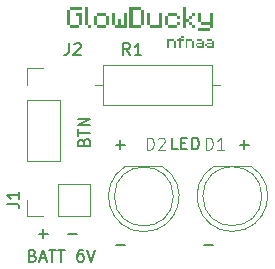
<source format=gbr>
%TF.GenerationSoftware,KiCad,Pcbnew,9.0.6-9.0.6~ubuntu24.04.1*%
%TF.CreationDate,2025-12-18T10:31:20+07:00*%
%TF.ProjectId,lamp,6c616d70-2e6b-4696-9361-645f70636258,rev?*%
%TF.SameCoordinates,Original*%
%TF.FileFunction,Legend,Top*%
%TF.FilePolarity,Positive*%
%FSLAX46Y46*%
G04 Gerber Fmt 4.6, Leading zero omitted, Abs format (unit mm)*
G04 Created by KiCad (PCBNEW 9.0.6-9.0.6~ubuntu24.04.1) date 2025-12-18 10:31:20*
%MOMM*%
%LPD*%
G01*
G04 APERTURE LIST*
%ADD10C,0.150000*%
%ADD11C,0.250000*%
%ADD12C,0.100000*%
%ADD13C,0.120000*%
G04 APERTURE END LIST*
D10*
X124619048Y-106573866D02*
X125380953Y-106573866D01*
X125000000Y-106954819D02*
X125000000Y-106192914D01*
D11*
G36*
X120751912Y-95181648D02*
G01*
X121766924Y-95181648D01*
X121766924Y-94922702D01*
X120751912Y-94922702D01*
X120751912Y-95181648D01*
G37*
G36*
X120758946Y-96442087D02*
G01*
X120758946Y-95174614D01*
X120500000Y-95174614D01*
X120500000Y-96442087D01*
X120758946Y-96442087D01*
G37*
G36*
X121766924Y-96442087D02*
G01*
X121766924Y-95427845D01*
X121255956Y-95427845D01*
X121255956Y-95686901D01*
X121507978Y-95686901D01*
X121507978Y-96442087D01*
X121766924Y-96442087D01*
G37*
G36*
X120751912Y-96694000D02*
G01*
X121515012Y-96694000D01*
X121515012Y-96435053D01*
X120751912Y-96435053D01*
X120751912Y-96694000D01*
G37*
G36*
X122269539Y-96442087D02*
G01*
X122269539Y-94923031D01*
X122010593Y-94923031D01*
X122010593Y-96442087D01*
X122269539Y-96442087D01*
G37*
G36*
X122262505Y-96435053D02*
G01*
X122262505Y-96694000D01*
X122521561Y-96694000D01*
X122521561Y-96435053D01*
X122262505Y-96435053D01*
G37*
G36*
X123016922Y-95686901D02*
G01*
X123780022Y-95686901D01*
X123780022Y-95427845D01*
X123016922Y-95427845D01*
X123016922Y-95686901D01*
G37*
G36*
X123023956Y-96440769D02*
G01*
X123023956Y-95677778D01*
X122765010Y-95677778D01*
X122765010Y-96440769D01*
X123023956Y-96440769D01*
G37*
G36*
X123772988Y-95677778D02*
G01*
X123772988Y-96440769D01*
X124031934Y-96440769D01*
X124031934Y-95677778D01*
X123772988Y-95677778D01*
G37*
G36*
X123780022Y-96435053D02*
G01*
X123016922Y-96435053D01*
X123016922Y-96694000D01*
X123780022Y-96694000D01*
X123780022Y-96435053D01*
G37*
G36*
X124534549Y-96442087D02*
G01*
X124534549Y-95427075D01*
X124275603Y-95427075D01*
X124275603Y-96442087D01*
X124534549Y-96442087D01*
G37*
G36*
X125283581Y-95427075D02*
G01*
X125283581Y-96435053D01*
X125038593Y-96435053D01*
X125038593Y-95931009D01*
X124779537Y-95931009D01*
X124779537Y-96435053D01*
X124527515Y-96435053D01*
X124527515Y-96694000D01*
X125542527Y-96694000D01*
X125542527Y-95427075D01*
X125283581Y-95427075D01*
G37*
G36*
X126801209Y-96435053D02*
G01*
X126045143Y-96435053D01*
X126045143Y-95181648D01*
X126801209Y-95181648D01*
X126801209Y-94922702D01*
X125786196Y-94922702D01*
X125786196Y-96694000D01*
X126801209Y-96694000D01*
X126801209Y-96435053D01*
G37*
G36*
X126794174Y-95174614D02*
G01*
X126794174Y-96442087D01*
X127053121Y-96442087D01*
X127053121Y-95174614D01*
X126794174Y-95174614D01*
G37*
G36*
X127555736Y-96442087D02*
G01*
X127555736Y-95427075D01*
X127296789Y-95427075D01*
X127296789Y-96442087D01*
X127555736Y-96442087D01*
G37*
G36*
X128304767Y-95427075D02*
G01*
X128304767Y-96435053D01*
X127548702Y-96435053D01*
X127548702Y-96694000D01*
X128563714Y-96694000D01*
X128563714Y-95427075D01*
X128304767Y-95427075D01*
G37*
G36*
X129822395Y-95427845D02*
G01*
X129059295Y-95427845D01*
X129059295Y-95686901D01*
X129822395Y-95686901D01*
X129822395Y-95427845D01*
G37*
G36*
X128807383Y-95677778D02*
G01*
X128807383Y-96440769D01*
X129066329Y-96440769D01*
X129066329Y-95677778D01*
X128807383Y-95677778D01*
G37*
G36*
X130074307Y-95940132D02*
G01*
X130074307Y-95681076D01*
X129815361Y-95681076D01*
X129815361Y-95940132D01*
X130074307Y-95940132D01*
G37*
G36*
X130074307Y-96181822D02*
G01*
X129815361Y-96181822D01*
X129815361Y-96440769D01*
X130074307Y-96440769D01*
X130074307Y-96181822D01*
G37*
G36*
X129059295Y-96694000D02*
G01*
X129822395Y-96694000D01*
X129822395Y-96435053D01*
X129059295Y-96435053D01*
X129059295Y-96694000D01*
G37*
G36*
X130576922Y-95928591D02*
G01*
X130576922Y-94923911D01*
X130317976Y-94923911D01*
X130317976Y-96694000D01*
X130576922Y-96694000D01*
X130576922Y-96187538D01*
X130828944Y-96187538D01*
X130828944Y-95928591D01*
X130576922Y-95928591D01*
G37*
G36*
X131332988Y-95427845D02*
G01*
X131073932Y-95427845D01*
X131073932Y-95686901D01*
X131332988Y-95686901D01*
X131332988Y-95427845D01*
G37*
G36*
X131080966Y-95681076D02*
G01*
X130821910Y-95681076D01*
X130821910Y-95940132D01*
X131080966Y-95940132D01*
X131080966Y-95681076D01*
G37*
G36*
X131080966Y-96440769D02*
G01*
X131080966Y-96181822D01*
X130821910Y-96181822D01*
X130821910Y-96440769D01*
X131080966Y-96440769D01*
G37*
G36*
X131332988Y-96694000D02*
G01*
X131332988Y-96435053D01*
X131073932Y-96435053D01*
X131073932Y-96694000D01*
X131332988Y-96694000D01*
G37*
G36*
X131836043Y-96190945D02*
G01*
X131836043Y-95427845D01*
X131577096Y-95427845D01*
X131577096Y-96190945D01*
X131836043Y-96190945D01*
G37*
G36*
X132585075Y-95427845D02*
G01*
X132585075Y-96181822D01*
X131829009Y-96181822D01*
X131829009Y-96440769D01*
X132585075Y-96440769D01*
X132585075Y-96694000D01*
X132844021Y-96694000D01*
X132844021Y-95425756D01*
X132585075Y-95427845D01*
G37*
G36*
X132592109Y-96686965D02*
G01*
X131577096Y-96686965D01*
X131577096Y-96946021D01*
X132592109Y-96946021D01*
X132592109Y-96686965D01*
G37*
D10*
X121931009Y-106333333D02*
X121978628Y-106190476D01*
X121978628Y-106190476D02*
X122026247Y-106142857D01*
X122026247Y-106142857D02*
X122121485Y-106095238D01*
X122121485Y-106095238D02*
X122264342Y-106095238D01*
X122264342Y-106095238D02*
X122359580Y-106142857D01*
X122359580Y-106142857D02*
X122407200Y-106190476D01*
X122407200Y-106190476D02*
X122454819Y-106285714D01*
X122454819Y-106285714D02*
X122454819Y-106666666D01*
X122454819Y-106666666D02*
X121454819Y-106666666D01*
X121454819Y-106666666D02*
X121454819Y-106333333D01*
X121454819Y-106333333D02*
X121502438Y-106238095D01*
X121502438Y-106238095D02*
X121550057Y-106190476D01*
X121550057Y-106190476D02*
X121645295Y-106142857D01*
X121645295Y-106142857D02*
X121740533Y-106142857D01*
X121740533Y-106142857D02*
X121835771Y-106190476D01*
X121835771Y-106190476D02*
X121883390Y-106238095D01*
X121883390Y-106238095D02*
X121931009Y-106333333D01*
X121931009Y-106333333D02*
X121931009Y-106666666D01*
X121454819Y-105809523D02*
X121454819Y-105238095D01*
X122454819Y-105523809D02*
X121454819Y-105523809D01*
X122454819Y-104904761D02*
X121454819Y-104904761D01*
X121454819Y-104904761D02*
X122454819Y-104333333D01*
X122454819Y-104333333D02*
X121454819Y-104333333D01*
X117595237Y-115931009D02*
X117738094Y-115978628D01*
X117738094Y-115978628D02*
X117785713Y-116026247D01*
X117785713Y-116026247D02*
X117833332Y-116121485D01*
X117833332Y-116121485D02*
X117833332Y-116264342D01*
X117833332Y-116264342D02*
X117785713Y-116359580D01*
X117785713Y-116359580D02*
X117738094Y-116407200D01*
X117738094Y-116407200D02*
X117642856Y-116454819D01*
X117642856Y-116454819D02*
X117261904Y-116454819D01*
X117261904Y-116454819D02*
X117261904Y-115454819D01*
X117261904Y-115454819D02*
X117595237Y-115454819D01*
X117595237Y-115454819D02*
X117690475Y-115502438D01*
X117690475Y-115502438D02*
X117738094Y-115550057D01*
X117738094Y-115550057D02*
X117785713Y-115645295D01*
X117785713Y-115645295D02*
X117785713Y-115740533D01*
X117785713Y-115740533D02*
X117738094Y-115835771D01*
X117738094Y-115835771D02*
X117690475Y-115883390D01*
X117690475Y-115883390D02*
X117595237Y-115931009D01*
X117595237Y-115931009D02*
X117261904Y-115931009D01*
X118214285Y-116169104D02*
X118690475Y-116169104D01*
X118119047Y-116454819D02*
X118452380Y-115454819D01*
X118452380Y-115454819D02*
X118785713Y-116454819D01*
X118976190Y-115454819D02*
X119547618Y-115454819D01*
X119261904Y-116454819D02*
X119261904Y-115454819D01*
X119738095Y-115454819D02*
X120309523Y-115454819D01*
X120023809Y-116454819D02*
X120023809Y-115454819D01*
X121833333Y-115454819D02*
X121642857Y-115454819D01*
X121642857Y-115454819D02*
X121547619Y-115502438D01*
X121547619Y-115502438D02*
X121500000Y-115550057D01*
X121500000Y-115550057D02*
X121404762Y-115692914D01*
X121404762Y-115692914D02*
X121357143Y-115883390D01*
X121357143Y-115883390D02*
X121357143Y-116264342D01*
X121357143Y-116264342D02*
X121404762Y-116359580D01*
X121404762Y-116359580D02*
X121452381Y-116407200D01*
X121452381Y-116407200D02*
X121547619Y-116454819D01*
X121547619Y-116454819D02*
X121738095Y-116454819D01*
X121738095Y-116454819D02*
X121833333Y-116407200D01*
X121833333Y-116407200D02*
X121880952Y-116359580D01*
X121880952Y-116359580D02*
X121928571Y-116264342D01*
X121928571Y-116264342D02*
X121928571Y-116026247D01*
X121928571Y-116026247D02*
X121880952Y-115931009D01*
X121880952Y-115931009D02*
X121833333Y-115883390D01*
X121833333Y-115883390D02*
X121738095Y-115835771D01*
X121738095Y-115835771D02*
X121547619Y-115835771D01*
X121547619Y-115835771D02*
X121452381Y-115883390D01*
X121452381Y-115883390D02*
X121404762Y-115931009D01*
X121404762Y-115931009D02*
X121357143Y-116026247D01*
X122214286Y-115454819D02*
X122547619Y-116454819D01*
X122547619Y-116454819D02*
X122880952Y-115454819D01*
D11*
G36*
X129563895Y-97626580D02*
G01*
X129000000Y-97626580D01*
X129000000Y-98330488D01*
X129143859Y-98330488D01*
X129143859Y-97770500D01*
X129563895Y-97770500D01*
X129563895Y-97626580D01*
G37*
G36*
X129559987Y-97766592D02*
G01*
X129559987Y-98330488D01*
X129703846Y-98330488D01*
X129703846Y-97766592D01*
X129559987Y-97766592D01*
G37*
G36*
X130403114Y-97489804D02*
G01*
X130403114Y-97345945D01*
X130119181Y-97345945D01*
X130119181Y-97489804D01*
X130403114Y-97489804D01*
G37*
G36*
X129979169Y-97485896D02*
G01*
X129979169Y-97626580D01*
X129839218Y-97626580D01*
X129839218Y-97770500D01*
X129979169Y-97770500D01*
X129979169Y-98330488D01*
X130123089Y-98330488D01*
X130123089Y-97770500D01*
X130403114Y-97770500D01*
X130403114Y-97626580D01*
X130123089Y-97626580D01*
X130123089Y-97485896D01*
X129979169Y-97485896D01*
G37*
G36*
X131102625Y-97626580D02*
G01*
X130538729Y-97626580D01*
X130538729Y-98330488D01*
X130682588Y-98330488D01*
X130682588Y-97770500D01*
X131102625Y-97770500D01*
X131102625Y-97626580D01*
G37*
G36*
X131098717Y-97766592D02*
G01*
X131098717Y-98330488D01*
X131242576Y-98330488D01*
X131242576Y-97766592D01*
X131098717Y-97766592D01*
G37*
G36*
X131941844Y-97626580D02*
G01*
X131517899Y-97626580D01*
X131517899Y-97770500D01*
X131941844Y-97770500D01*
X131941844Y-97626580D01*
G37*
G36*
X131937936Y-97766592D02*
G01*
X131937936Y-97904773D01*
X131517899Y-97904773D01*
X131517899Y-98048632D01*
X131937936Y-98048632D01*
X131937936Y-98186140D01*
X131517899Y-98186140D01*
X131517899Y-98330000D01*
X132081795Y-98330000D01*
X132081795Y-97766592D01*
X131937936Y-97766592D01*
G37*
G36*
X131377948Y-98045457D02*
G01*
X131377948Y-98189316D01*
X131521807Y-98189316D01*
X131521807Y-98045457D01*
X131377948Y-98045457D01*
G37*
G36*
X132781062Y-97626580D02*
G01*
X132357117Y-97626580D01*
X132357117Y-97770500D01*
X132781062Y-97770500D01*
X132781062Y-97626580D01*
G37*
G36*
X132777154Y-97766592D02*
G01*
X132777154Y-97904773D01*
X132357117Y-97904773D01*
X132357117Y-98048632D01*
X132777154Y-98048632D01*
X132777154Y-98186140D01*
X132357117Y-98186140D01*
X132357117Y-98330000D01*
X132921013Y-98330000D01*
X132921013Y-97766592D01*
X132777154Y-97766592D01*
G37*
G36*
X132217166Y-98045457D02*
G01*
X132217166Y-98189316D01*
X132361025Y-98189316D01*
X132361025Y-98045457D01*
X132217166Y-98045457D01*
G37*
D10*
X118119048Y-114073866D02*
X118880953Y-114073866D01*
X118500000Y-114454819D02*
X118500000Y-113692914D01*
X135119048Y-106573866D02*
X135880953Y-106573866D01*
X135500000Y-106954819D02*
X135500000Y-106192914D01*
X124619048Y-115073866D02*
X125380953Y-115073866D01*
X120619048Y-114073866D02*
X121380953Y-114073866D01*
X132119048Y-115073866D02*
X132880953Y-115073866D01*
X125833333Y-98954819D02*
X125500000Y-98478628D01*
X125261905Y-98954819D02*
X125261905Y-97954819D01*
X125261905Y-97954819D02*
X125642857Y-97954819D01*
X125642857Y-97954819D02*
X125738095Y-98002438D01*
X125738095Y-98002438D02*
X125785714Y-98050057D01*
X125785714Y-98050057D02*
X125833333Y-98145295D01*
X125833333Y-98145295D02*
X125833333Y-98288152D01*
X125833333Y-98288152D02*
X125785714Y-98383390D01*
X125785714Y-98383390D02*
X125738095Y-98431009D01*
X125738095Y-98431009D02*
X125642857Y-98478628D01*
X125642857Y-98478628D02*
X125261905Y-98478628D01*
X126785714Y-98954819D02*
X126214286Y-98954819D01*
X126500000Y-98954819D02*
X126500000Y-97954819D01*
X126500000Y-97954819D02*
X126404762Y-98097676D01*
X126404762Y-98097676D02*
X126309524Y-98192914D01*
X126309524Y-98192914D02*
X126214286Y-98240533D01*
D12*
X127261905Y-106957419D02*
X127261905Y-105957419D01*
X127261905Y-105957419D02*
X127500000Y-105957419D01*
X127500000Y-105957419D02*
X127642857Y-106005038D01*
X127642857Y-106005038D02*
X127738095Y-106100276D01*
X127738095Y-106100276D02*
X127785714Y-106195514D01*
X127785714Y-106195514D02*
X127833333Y-106385990D01*
X127833333Y-106385990D02*
X127833333Y-106528847D01*
X127833333Y-106528847D02*
X127785714Y-106719323D01*
X127785714Y-106719323D02*
X127738095Y-106814561D01*
X127738095Y-106814561D02*
X127642857Y-106909800D01*
X127642857Y-106909800D02*
X127500000Y-106957419D01*
X127500000Y-106957419D02*
X127261905Y-106957419D01*
X128214286Y-106052657D02*
X128261905Y-106005038D01*
X128261905Y-106005038D02*
X128357143Y-105957419D01*
X128357143Y-105957419D02*
X128595238Y-105957419D01*
X128595238Y-105957419D02*
X128690476Y-106005038D01*
X128690476Y-106005038D02*
X128738095Y-106052657D01*
X128738095Y-106052657D02*
X128785714Y-106147895D01*
X128785714Y-106147895D02*
X128785714Y-106243133D01*
X128785714Y-106243133D02*
X128738095Y-106385990D01*
X128738095Y-106385990D02*
X128166667Y-106957419D01*
X128166667Y-106957419D02*
X128785714Y-106957419D01*
D10*
X129857142Y-106954819D02*
X129380952Y-106954819D01*
X129380952Y-106954819D02*
X129380952Y-105954819D01*
X130190476Y-106431009D02*
X130523809Y-106431009D01*
X130666666Y-106954819D02*
X130190476Y-106954819D01*
X130190476Y-106954819D02*
X130190476Y-105954819D01*
X130190476Y-105954819D02*
X130666666Y-105954819D01*
X131095238Y-106954819D02*
X131095238Y-105954819D01*
X131095238Y-105954819D02*
X131333333Y-105954819D01*
X131333333Y-105954819D02*
X131476190Y-106002438D01*
X131476190Y-106002438D02*
X131571428Y-106097676D01*
X131571428Y-106097676D02*
X131619047Y-106192914D01*
X131619047Y-106192914D02*
X131666666Y-106383390D01*
X131666666Y-106383390D02*
X131666666Y-106526247D01*
X131666666Y-106526247D02*
X131619047Y-106716723D01*
X131619047Y-106716723D02*
X131571428Y-106811961D01*
X131571428Y-106811961D02*
X131476190Y-106907200D01*
X131476190Y-106907200D02*
X131333333Y-106954819D01*
X131333333Y-106954819D02*
X131095238Y-106954819D01*
X115454819Y-111558333D02*
X116169104Y-111558333D01*
X116169104Y-111558333D02*
X116311961Y-111605952D01*
X116311961Y-111605952D02*
X116407200Y-111701190D01*
X116407200Y-111701190D02*
X116454819Y-111844047D01*
X116454819Y-111844047D02*
X116454819Y-111939285D01*
X116454819Y-110558333D02*
X116454819Y-111129761D01*
X116454819Y-110844047D02*
X115454819Y-110844047D01*
X115454819Y-110844047D02*
X115597676Y-110939285D01*
X115597676Y-110939285D02*
X115692914Y-111034523D01*
X115692914Y-111034523D02*
X115740533Y-111129761D01*
D12*
X132261905Y-106957419D02*
X132261905Y-105957419D01*
X132261905Y-105957419D02*
X132500000Y-105957419D01*
X132500000Y-105957419D02*
X132642857Y-106005038D01*
X132642857Y-106005038D02*
X132738095Y-106100276D01*
X132738095Y-106100276D02*
X132785714Y-106195514D01*
X132785714Y-106195514D02*
X132833333Y-106385990D01*
X132833333Y-106385990D02*
X132833333Y-106528847D01*
X132833333Y-106528847D02*
X132785714Y-106719323D01*
X132785714Y-106719323D02*
X132738095Y-106814561D01*
X132738095Y-106814561D02*
X132642857Y-106909800D01*
X132642857Y-106909800D02*
X132500000Y-106957419D01*
X132500000Y-106957419D02*
X132261905Y-106957419D01*
X133785714Y-106957419D02*
X133214286Y-106957419D01*
X133500000Y-106957419D02*
X133500000Y-105957419D01*
X133500000Y-105957419D02*
X133404762Y-106100276D01*
X133404762Y-106100276D02*
X133309524Y-106195514D01*
X133309524Y-106195514D02*
X133214286Y-106243133D01*
D10*
X120666666Y-97954819D02*
X120666666Y-98669104D01*
X120666666Y-98669104D02*
X120619047Y-98811961D01*
X120619047Y-98811961D02*
X120523809Y-98907200D01*
X120523809Y-98907200D02*
X120380952Y-98954819D01*
X120380952Y-98954819D02*
X120285714Y-98954819D01*
X121095238Y-98050057D02*
X121142857Y-98002438D01*
X121142857Y-98002438D02*
X121238095Y-97954819D01*
X121238095Y-97954819D02*
X121476190Y-97954819D01*
X121476190Y-97954819D02*
X121571428Y-98002438D01*
X121571428Y-98002438D02*
X121619047Y-98050057D01*
X121619047Y-98050057D02*
X121666666Y-98145295D01*
X121666666Y-98145295D02*
X121666666Y-98240533D01*
X121666666Y-98240533D02*
X121619047Y-98383390D01*
X121619047Y-98383390D02*
X121047619Y-98954819D01*
X121047619Y-98954819D02*
X121666666Y-98954819D01*
D13*
%TO.C,R1*%
X122840000Y-101500000D02*
X123530000Y-101500000D01*
X133460000Y-101500000D02*
X132770000Y-101500000D01*
X123530000Y-99780000D02*
X132770000Y-99780000D01*
X132770000Y-103220000D01*
X123530000Y-103220000D01*
X123530000Y-99780000D01*
%TO.C,D2*%
X128545000Y-108372500D02*
X125455000Y-108372500D01*
X127000000Y-113922500D02*
G75*
G02*
X125455170Y-108372500I0J2990000D01*
G01*
X128544830Y-108372500D02*
G75*
G02*
X127000000Y-113922500I-1544830J-2560000D01*
G01*
X129500000Y-110932500D02*
G75*
G02*
X124500000Y-110932500I-2500000J0D01*
G01*
X124500000Y-110932500D02*
G75*
G02*
X129500000Y-110932500I2500000J0D01*
G01*
%TO.C,J1*%
X117120000Y-112605000D02*
X117120000Y-111225000D01*
X118500000Y-112605000D02*
X117120000Y-112605000D01*
X119770000Y-109845000D02*
X122420000Y-109845000D01*
X119770000Y-112605000D02*
X119770000Y-109845000D01*
X119770000Y-112605000D02*
X122420000Y-112605000D01*
X122420000Y-112605000D02*
X122420000Y-109845000D01*
%TO.C,D1*%
X136045000Y-108347500D02*
X132955000Y-108347500D01*
X134500000Y-113897500D02*
G75*
G02*
X132955170Y-108347500I0J2990000D01*
G01*
X136044830Y-108347500D02*
G75*
G02*
X134500000Y-113897500I-1544830J-2560000D01*
G01*
X137000000Y-110907500D02*
G75*
G02*
X132000000Y-110907500I-2500000J0D01*
G01*
X132000000Y-110907500D02*
G75*
G02*
X137000000Y-110907500I2500000J0D01*
G01*
%TO.C,J2*%
X117120000Y-100080000D02*
X118500000Y-100080000D01*
X117120000Y-101460000D02*
X117120000Y-100080000D01*
X117120000Y-102730000D02*
X117120000Y-107920000D01*
X117120000Y-102730000D02*
X119880000Y-102730000D01*
X117120000Y-107920000D02*
X119880000Y-107920000D01*
X119880000Y-102730000D02*
X119880000Y-107920000D01*
%TD*%
M02*

</source>
